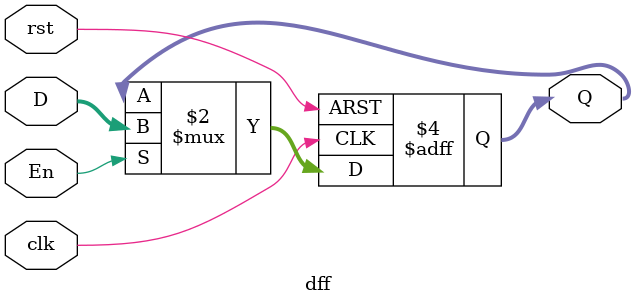
<source format=v>

module dff(
    output reg [31:0] Q,
    input [31:0] D,
    input clk, En, rst
);
    always @(posedge clk, posedge rst)
      if(rst) Q <= 32'd0;
      else if(En) Q <= D;
endmodule

</source>
